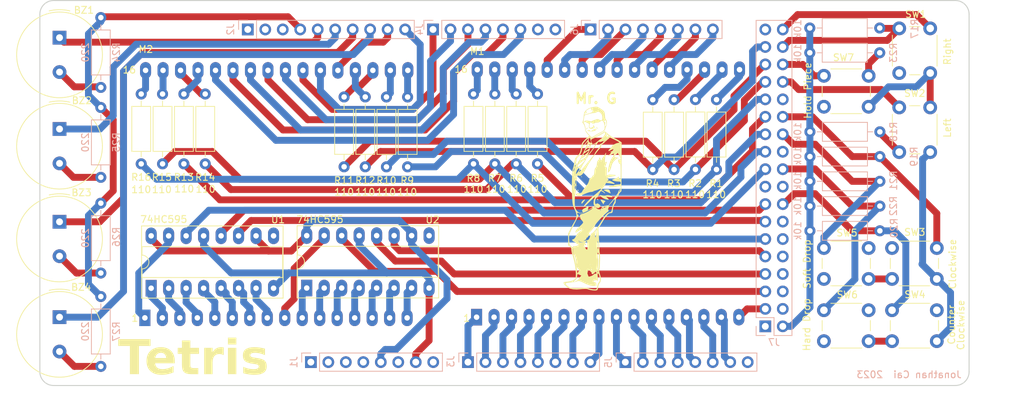
<source format=kicad_pcb>
(kicad_pcb (version 20221018) (generator pcbnew)
  (title_block (date "mar. 31 mars 2015"))
  (layers (0 "F.Cu" signal) (31 "B.Cu" signal) (34 "B.Paste" user) (35 "F.Paste" user) (36 "B.SilkS" user "B.Silkscreen") (37 "F.SilkS" user "F.Silkscreen") (38 "B.Mask" user) (39 "F.Mask" user) (44 "Edge.Cuts" user))
  (net 0 "")
  (net 1 "GND")
  (net 2 "/*52")
  (net 3 "/53")
  (net 4 "/50")
  (net 5 "/51")
  (net 6 "/48")
  (net 7 "/49")
  (net 8 "/*46")
  (net 9 "/47")
  (net 10 "/*44")
  (net 11 "/*45")
  (net 12 "/42")
  (net 13 "/43")
  (net 14 "/40")
  (net 15 "/41")
  (net 16 "/38")
  (net 17 "/39")
  (net 18 "/36")
  (net 19 "/37")
  (net 20 "/34")
  (net 21 "/35")
  (net 22 "/32")
  (net 23 "/33")
  (net 24 "/30")
  (net 25 "/31")
  (net 26 "/28")
  (net 27 "/29")
  (net 28 "/26")
  (net 29 "/24")
  (net 30 "/25")
  (net 31 "/22")
  (net 32 "/23")
  (net 33 "+5V")
  (net 34 "/A0")
  (net 35 "/A1")
  (net 36 "/A2")
  (net 37 "/A3")
  (net 38 "/A4")
  (net 39 "/A5")
  (net 40 "/A6")
  (net 41 "/A7")
  (net 42 "/A8")
  (net 43 "/A9")
  (net 44 "/A10")
  (net 45 "/A11")
  (net 46 "/A12")
  (net 47 "/A13")
  (net 48 "/A14")
  (net 49 "/A15")
  (net 50 "/AREF")
  (net 51 "/*13")
  (net 52 "/*12")
  (net 53 "/*11")
  (net 54 "/*10")
  (net 55 "/*9")
  (net 56 "/*8")
  (net 57 "/*7")
  (net 58 "/*6")
  (net 59 "/*5")
  (net 60 "/*4")
  (net 61 "/*3")
  (net 62 "/*2")
  (net 63 "/TX0{slash}1")
  (net 64 "/RX0{slash}0")
  (net 65 "/TX3{slash}14")
  (net 66 "/RX3{slash}15")
  (net 67 "/TX2{slash}16")
  (net 68 "/RX2{slash}17")
  (net 69 "/TX1{slash}18")
  (net 70 "/RX1{slash}19")
  (net 71 "/SDA{slash}20")
  (net 72 "/SCL{slash}21")
  (net 73 "Net-(M1-P_1)")
  (net 74 "Net-(M1-P_2)")
  (net 75 "Net-(M1-P_3)")
  (net 76 "Net-(M1-P_4)")
  (net 77 "Net-(M1-P_5)")
  (net 78 "Net-(M1-P_6)")
  (net 79 "Net-(M1-P_7)")
  (net 80 "Net-(M1-P_8)")
  (net 81 "Net-(M2-P_1)")
  (net 82 "Net-(M2-P_2)")
  (net 83 "Net-(M2-P_3)")
  (net 84 "Net-(M2-P_4)")
  (net 85 "Net-(M2-P_5)")
  (net 86 "Net-(M2-P_6)")
  (net 87 "Net-(M2-P_7)")
  (net 88 "Net-(M2-P_8)")
  (net 89 "Net-(BZ1-+)")
  (net 90 "Net-(BZ2-+)")
  (net 91 "Net-(BZ3-+)")
  (net 92 "Net-(BZ4-+)")
  (net 93 "/27")
  (net 95 "VCC")
  (net 96 "/~{RESET}")
  (net 97 "/IOREF")
  (net 98 "+3V3")
  (net 99 "/S1")
  (net 100 "/S2")
  (net 101 "/S3")
  (net 102 "/S4")
  (net 103 "/S5")
  (net 104 "/S6")
  (net 105 "/S7")
  (net 106 "/S8")
  (net 107 "/S9")
  (net 108 "/S10")
  (net 109 "/S11")
  (net 110 "/S12")
  (net 111 "/S13")
  (net 112 "/S14")
  (net 113 "/S15")
  (net 114 "/S16")
  (footprint "Resistor_THT:R_Axial_DIN0207_L6.3mm_D2.5mm_P10.16mm_Horizontal" (layer "F.Cu") (at 103.925 91.6 -90)
    (fp_text reference "R13")
    (fp_text value "110")
  )
  (footprint "Resistor_THT:R_Axial_DIN0207_L6.3mm_D2.5mm_P10.16mm_Horizontal" (layer "F.Cu") (at 107.025 91.6 -90)
    (fp_text reference "R14")
    (fp_text value "110")
  )
  (footprint "Button_Switch_THT:SW_PUSH_6mm_H4.3mm" (layer "F.Cu") (at 206.807 114)
    (fp_text reference "SW3")
    (fp_text value "SW_Push")
  )
  (footprint "Button_Switch_THT:SW_PUSH_6mm_H4.3mm" (layer "F.Cu") (at 196.907 123.05)
    (fp_text reference "SW6")
    (fp_text value "SW_Push")
  )
  (footprint "Resistor_THT:R_Axial_DIN0207_L6.3mm_D2.5mm_P10.16mm_Horizontal" (layer "F.Cu") (at 178.243 102.57 90)
    (fp_text reference "R2")
    (fp_text value "110")
  )
  (footprint "Resistor_THT:R_Axial_DIN0207_L6.3mm_D2.5mm_P10.16mm_Horizontal" (layer "F.Cu") (at 175.143 102.59 90)
    (fp_text reference "R3")
    (fp_text value "110")
  )
  (footprint "Resistor_THT:R_Axial_DIN0207_L6.3mm_D2.5mm_P10.16mm_Horizontal" (layer "F.Cu") (at 100.825 91.6 -90)
    (fp_text reference "R15")
    (fp_text value "110")
  )
  (footprint "Button_Switch_THT:SW_PUSH_6mm_H4.3mm" (layer "F.Cu") (at 196.907 114)
    (fp_text reference "SW5")
    (fp_text value "SW_Push")
  )
  (footprint "RGBMatrix:RGBMatrix" (layer "F.Cu") (at 165.547 106.06)
    (fp_text reference "M1")
    (fp_text value "RGBMatrix")
  )
  (footprint "LOGO" (layer "F.Cu") (at 163.29382 106.919302)
    (fp_text reference "Mr. G")
    (fp_text value "LOGO" hide)
  )
  (footprint "Button_Switch_THT:SW_PUSH_6mm_H4.3mm" (layer "F.Cu") (at 206.807 123.05)
    (fp_text reference "SW4")
    (fp_text value "SW_Push")
  )
  (footprint "Resistor_THT:R_Axial_DIN0207_L6.3mm_D2.5mm_P10.16mm_Horizontal" (layer "F.Cu") (at 155.3 91.6 -90)
    (fp_text reference "R5")
    (fp_text value "110")
  )
  (footprint "Buzzer_Beeper:Buzzer_TDK_PS1240P02BT_D12.2mm_H6.5mm" (layer "F.Cu") (at 85.857 124.06 -90)
    (fp_text reference "BZ4")
    (fp_text value "Passive Buzzer")
  )
  (footprint "Button_Switch_THT:SW_PUSH_6mm_H4.3mm" (layer "F.Cu") (at 196.907 88.95)
    (fp_text reference "SW7")
    (fp_text value "SW_Push")
  )
  (footprint "RGBMatrix:RGBMatrix" (layer "F.Cu") (at 117.357 106.16)
    (fp_text reference "M2")
    (fp_text value "RGBMatrix")
  )
  (footprint "Buzzer_Beeper:Buzzer_TDK_PS1240P02BT_D12.2mm_H6.5mm" (layer "F.Cu") (at 85.857 110.189216 -90)
    (fp_text reference "BZ3")
    (fp_text value "Passive Buzzer")
  )
  (footprint "LOGO" (layer "F.Cu") (at 163.701406 95.823315)
    (fp_text reference "G1")
    (fp_text value "LOGO" hide)
  )
  (footprint "Buzzer_Beeper:Buzzer_TDK_PS1240P02BT_D12.2mm_H6.5mm" (layer "F.Cu") (at 85.857 83.40843 -90)
    (fp_text reference "BZ1")
    (fp_text value "Passive Buzzer")
  )
  (footprint "Resistor_THT:R_Axial_DIN0207_L6.3mm_D2.5mm_P10.16mm_Horizontal" (layer "F.Cu") (at 127.2 102.185 90)
    (fp_text reference "R11")
    (fp_text value "110")
  )
  (footprint "Resistor_THT:R_Axial_DIN0207_L6.3mm_D2.5mm_P10.16mm_Horizontal" (layer "F.Cu") (at 130.275 102.185 90)
    (fp_text reference "R12")
    (fp_text value "110")
  )
  (footprint "Package_DIP:DIP-16_W7.62mm_Socket_LongPads" (layer "F.Cu") (at 99.17 119.85 90)
    (fp_text reference "U1")
    (fp_text value "74HC595")
  )
  (footprint "Resistor_THT:R_Axial_DIN0207_L6.3mm_D2.5mm_P10.16mm_Horizontal" (layer "F.Cu") (at 181.3 102.58 90)
    (fp_text reference "R1")
    (fp_text value "110")
  )
  (footprint "Resistor_THT:R_Axial_DIN0207_L6.3mm_D2.5mm_P10.16mm_Horizontal" (layer "F.Cu") (at 97.725 91.6 -90)
    (fp_text reference "R16")
    (fp_text value "110")
  )
  (footprint "Resistor_THT:R_Axial_DIN0207_L6.3mm_D2.5mm_P10.16mm_Horizontal" (layer "F.Cu") (at 136.425 102.195 90)
    (fp_text reference "R9")
    (fp_text value "110")
  )
  (footprint "Resistor_THT:R_Axial_DIN0207_L6.3mm_D2.5mm_P10.16mm_Horizontal" (layer "F.Cu") (at 133.35 102.195 90)
    (fp_text reference "R10")
    (fp_text value "110")
  )
  (footprint "Resistor_THT:R_Axial_DIN0207_L6.3mm_D2.5mm_P10.16mm_Horizontal" (layer "F.Cu") (at 149.1 91.6 -90)
    (fp_text reference "R7")
    (fp_text value "110")
  )
  (footprint "Resistor_THT:R_Axial_DIN0207_L6.3mm_D2.5mm_P10.16mm_Horizontal" (layer "F.Cu") (at 152.2 91.6 -90)
    (fp_text reference "R6")
    (fp_text value "110")
  )
  (footprint "Button_Switch_THT:SW_PUSH_6mm_H4.3mm" (layer "F.Cu") (at 207.85 100.05 90)
    (fp_text reference "SW2")
    (fp_text value "SW_Push")
  )
  (footprint "Buzzer_Beeper:Buzzer_TDK_PS1240P02BT_D12.2mm_H6.5mm" (layer "F.Cu") (at 85.857 96.689216 -90)
    (fp_text reference "BZ2")
    (fp_text value "Passive Buzzer")
  )
  (footprint "Package_DIP:DIP-16_W7.62mm_Socket_LongPads" (layer "F.Cu") (at 121.77 119.82 90)
    (fp_text reference "U2")
    (fp_text value "74HC595")
  )
  (footprint "Button_Switch_THT:SW_PUSH_6mm_H4.3mm" (layer "F.Cu") (at 207.85 88.55 90)
    (fp_text reference "SW1")
    (fp_text value "SW_Push")
  )
  (footprint "Resistor_THT:R_Axial_DIN0207_L6.3mm_D2.5mm_P10.16mm_Horizontal" (layer "F.Cu") (at 172.043 102.59 90)
    (fp_text reference "R4")
    (fp_text value "110")
  )
  (footprint "Resistor_THT:R_Axial_DIN0207_L6.3mm_D2.5mm_P10.16mm_Horizontal" (layer "F.Cu") (at 146 91.6 -90)
    (fp_text reference "R8")
    (fp_text value "110")
  )
  (footprint "Connector_PinHeader_2.54mm:PinHeader_2x18_P2.54mm_Vertical" (layer "B.Cu") (at 188.392 125.395)
    (fp_text reference "J7")
    (fp_text value "Digital")
  )
  (footprint "Resistor_THT:R_Axial_DIN0207_L6.3mm_D2.5mm_P10.16mm_Horizontal" (layer "B.Cu") (at 91.857 121.06 -90)
    (fp_text reference "R27")
    (fp_text value "220")
  )
  (footprint "Connector_PinHeader_2.54mm:PinHeader_1x10_P2.54mm_Vertical" (layer "B.Cu") (at 113.207 82.21 -90)
    (fp_text reference "J2")
    (fp_text value "PWM")
  )
  (footprint "Resistor_THT:R_Axial_DIN0207_L6.3mm_D2.5mm_P10.16mm_Horizontal" (layer "B.Cu") (at 194.877 100.7)
    (fp_text reference "R19")
    (fp_text value "10k")
  )
  (footprint "Connector_PinHeader_2.54mm:PinHeader_1x08_P2.54mm_Vertical" (layer "B.Cu") (at 122.37 130.6 -90)
    (fp_text reference "J1")
    (fp_text value "Power")
  )
  (footprint "Resistor_THT:R_Axial_DIN0207_L6.3mm_D2.5mm_P10.16mm_Horizontal" (layer "B.Cu") (at 91.857 93.56 -90)
    (fp_text reference "R25")
    (fp_text value "220")
  )
  (footprint "Resistor_THT:R_Axial_DIN0207_L6.3mm_D2.5mm_P10.16mm_Horizontal" (layer "B.Cu") (at 194.877 97.1)
    (fp_text reference "R18")
    (fp_text value "10k")
  )
  (footprint "Resistor_THT:R_Axial_DIN0207_L6.3mm_D2.5mm_P10.16mm_Horizontal" (layer "B.Cu") (at 194.857 82)
    (fp_text reference "R17")
    (fp_text value "10k")
  )
  (footprint "Resistor_THT:R_Axial_DIN0207_L6.3mm_D2.5mm_P10.16mm_Horizontal" (layer "B.Cu") (at 91.857 107.48 -90)
    (fp_text reference "R26")
    (fp_text value "220")
  )
  (footprint "Connector_PinHeader_2.54mm:PinHeader_1x08_P2.54mm_Vertical" (layer "B.Cu") (at 168.057 130.6 -90)
    (fp_text reference "J5")
    (fp_text value "Analog")
  )
  (footprint "Resistor_THT:R_Axial_DIN0207_L6.3mm_D2.5mm_P10.16mm_Horizontal" (layer "B.Cu") (at 205.037 107.9 180)
    (fp_text reference "R22")
    (fp_text value "10k")
  )
  (footprint "Resistor_THT:R_Axial_DIN0207_L6.3mm_D2.5mm_P10.16mm_Horizontal" (layer "B.Cu") (at 205.017 85.6 180)
    (fp_text reference "R23")
    (fp_text value "10k")
  )
  (footprint "Resistor_THT:R_Axial_DIN0207_L6.3mm_D2.5mm_P10.16mm_Horizontal" (layer "B.Cu") (at 91.857 80.48 -90)
    (fp_text reference "R24")
    (fp_text value "220")
  )
  (footprint "Connector_PinHeader_2.54mm:PinHeader_1x08_P2.54mm_Vertical" (layer "B.Cu") (at 140.117 82.21 -90)
    (fp_text reference "J4")
    (fp_text value "PWM")
  )
  (footprint "Resistor_THT:R_Axial_DIN0207_L6.3mm_D2.5mm_P10.16mm_Horizontal" (layer "B.Cu") (at 194.877 104.3)
    (fp_text reference "R21")
    (fp_text value "10k")
  )
  (footprint "Resistor_THT:R_Axial_DIN0207_L6.3mm_D2.5mm_P10.16mm_Horizontal" (layer "B.Cu") (at 194.877 111.5)
    (fp_text reference "R20")
    (fp_text value "10k")
  )
  (footprint "Connector_PinHeader_2.54mm:PinHeader_1x08_P2.54mm_Vertical" (layer "B.Cu") (at 162.997 82.21 -90)
    (fp_text reference "J6")
    (fp_text value "Communication")
  )
  (footprint "Connector_PinHeader_2.54mm:PinHeader_1x08_P2.54mm_Vertical" (layer "B.Cu") (at 145.197 130.6 -90)
    (fp_text reference "J3")
    (fp_text value "Analog")
  )
  (gr_line (start 83 132) (end 83 80) (stroke (width 0.15)) (layer "Edge.Cuts"))
  (gr_arc (start 85 134) (mid 83.585786 133.414214) (end 83 132) (stroke (width 0.15)) (layer "Edge.Cuts"))
  (gr_arc (start 216 78) (mid 217.414214 78.585786) (end 218 80) (stroke (width 0.15)) (layer "Edge.Cuts"))
  (gr_arc (start 218 132) (mid 217.414214 133.414214) (end 216 134) (stroke (width 0.15)) (layer "Edge.Cuts"))
  (gr_line (start 216 134) (end 85 134) (stroke (width 0.15)) (layer "Edge.Cuts"))
  (gr_line (start 85 78) (end 216 78) (stroke (width 0.15)) (layer "Edge.Cuts"))
  (gr_arc (start 83 80) (mid 83.585786 78.585786) (end 85 78) (stroke (width 0.15)) (layer "Edge.Cuts"))
  (gr_line (start 218 80) (end 218 132) (stroke (width 0.15)) (layer "Edge.Cuts"))
  (gr_text "Jonathan Cai  2023" (at 217 133) (layer "B.SilkS") (effects (font (size 1 1)) (justify left bottom mirror)))
  (gr_text "Tetris\n" (at 94.35 133.2) (layer "F.SilkS") (effects (font (size 5 5) (thickness 1) bold) (justify left bottom)))
  (segment (start 137.61 130.6) (end 137.61 129.397919) (width 1) (layer "F.Cu") (net 1))
  (segment (start 119.053296 80.36) (end 91.977 80.36) (width 1) (layer "F.Cu") (net 1))
  (segment (start 139.55 127.457919) (end 139.55 119.82) (width 1) (layer "F.Cu") (net 1))
  (segment (start 137.61 129.397919) (end 139.55 127.457919) (width 1) (layer "F.Cu") (net 1))
  (segment (start 93.657 95.36) (end 93.657 105.68) (width 1) (layer "F.Cu") (net 1))
  (segment (start 91.857 93.56) (end 93.657 95.36) (width 1) (layer "F.Cu") (net 1))
  (segment (start 120.827 82.133704) (end 119.053296 80.36) (width 1) (layer "F.Cu") (net 1))
  (segment (start 120.827 82.21) (end 120.827 82.133704) (width 1) (layer "F.Cu") (net 1))
  (segment (start 93.657 105.68) (end 91.857 107.48) (width 1) (layer "F.Cu") (net 1))
  (segment (start 91.977 80.36) (end 91.857 80.48) (width 1) (layer "F.Cu") (net 1))
  (segment (start 129.39 113.61) (end 133.4 117.62) (width 1) (layer "B.Cu") (net 1))
  (segment (start 194.877 122.652081) (end 194.877 111.5) (width 1) (layer "B.Cu") (net 1))
  (segment (start 139.55 119.82) (end 139.55 118.42) (width 1) (layer "B.Cu") (net 1))
  (segment (start 90.057 119.26) (end 91.857 121.06) (width 1) (layer "B.Cu") (net 1))
  (segment (start 194.857 85.6) (end 194.857 97.08) (width 1) (layer "B.Cu") (net 1))
  (segment (start 133.4 117.62) (end 119.18 117.62) (width 1) (layer "B.Cu") (net 1))
  (segment (start 129.39 112.2) (end 129.39 113.61) (width 1) (layer "B.Cu") (net 1))
  (segment (start 139.55 118.42) (end 138.75 117.62) (width 1) (layer "B.Cu") (net 1))
  (segment (start 194.857 97.08) (end 194.877 97.1) (width 1) (layer "B.Cu") (net 1))
  (segment (start 91.857 107.48) (end 90.057 109.28) (width 1) (layer "B.Cu") (net 1))
  (segment (start 192.134081 125.395) (end 194.877 122.652081) (width 1) (layer "B.Cu") (net 1))
  (segment (start 110.78 117.62) (end 106.79 113.63) (width 1) (layer "B.Cu") (net 1))
  (segment (start 119.18 117.62) (end 110.78 117.62) (width 1) (layer "B.Cu") (net 1))
  (segment (start 90.057 109.28) (end 90.057 119.26) (width 1) (layer "B.Cu") (net 1))
  (segment (start 133.4 117.62) (end 138.75 117.62) (width 1) (layer "B.Cu") (net 1))
  (segment (start 91.857 81.06) (end 90.057 82.86) (width 1) (layer "B.Cu") (net 1))
  (segment (start 194.857 82) (end 194.857 85.6) (width 1) (layer "B.Cu") (net 1))
  (segment (start 194.877 100.7) (end 194.877 104.3) (width 1) (layer "B.Cu") (net 1))
  (segment (start 194.877 97.1) (end 194.877 100.7) (width 1) (layer "B.Cu") (net 1))
  (segment (start 90.057 82.86) (end 90.057 91.76) (width 1) (layer "B.Cu") (net 1))
  (segment (start 190.932 125.395) (end 192.134081 125.395) (width 1) (layer "B.Cu") (net 1))
  (segment (start 119.18 117.62) (end 116.95 119.85) (width 1) (layer "B.Cu") (net 1))
  (segment (start 194.877 104.3) (end 194.877 107.9) (width 1) (layer "B.Cu") (net 1))
  (segment (start 106.79 113.63) (end 106.79 112.23) (width 1) (layer "B.Cu") (net 1))
  (segment (start 91.857 80.48) (end 91.857 81.06) (width 1) (layer "B.Cu") (net 1))
  (segment (start 90.057 91.76) (end 91.857 93.56) (width 1) (layer "B.Cu") (net 1))
  (segment (start 194.877 107.9) (end 194.877 111.5) (width 1) (layer "B.Cu") (net 1))
  (segment (start 188.392 122.855) (end 185.752 122.855) (width 1) (layer "F.Cu") (net 2))
  (segment (start 185.752 122.855) (end 184.547 124.06) (width 1) (layer "F.Cu") (net 2))
  (segment (start 131.644416 117.4) (end 126.85 112.605584) (width 1) (layer "F.Cu") (net 4))
  (segment (start 140.7 117.4) (end 131.644416 117.4) (width 1) (layer "F.Cu") (net 4))
  (segment (start 143.615 120.315) (end 140.7 117.4) (width 1) (layer "F.Cu") (net 4))
  (segment (start 188.392 120.315) (end 143.615 120.315) (width 1) (layer "F.Cu") (net 4))
  (segment (start 126.85 112.605584) (end 126.85 112.2) (width 1) (layer "F.Cu") (net 4))
  (segment (start 188.392 117.775) (end 143.19632 117.775) (width 1) (layer "F.Cu") (net 6))
  (segment (start 134.64868 115.9) (end 131.93 113.18132) (width 1) (layer "F.Cu") (net 6))
  (segment (start 131.93 113.18132) (end 131.93 112.2) (width 1) (layer "F.Cu") (net 6))
  (segment (start 143.19632 117.775) (end 141.32132 115.9) (width 1) (layer "F.Cu") (net 6))
  (segment (start 141.32132 115.9) (end 134.64868 115.9) (width 1) (layer "F.Cu") (net 6))
  (segment (start 134.47 113.6) (end 134.47 112.2) (width 1) (layer "F.Cu") (net 8))
  (segment (start 187.557 114.4) (end 135.27 114.4) (width 1) (layer "F.Cu") (net 8))
  (segment (start 188.392 115.235) (end 187.557 114.4) (width 1) (layer "F.Cu") (net 8))
  (segment (start 135.27 114.4) (end 134.47 113.6) (width 1) (layer "F.Cu") (net 8))
  (segment (start 150.61868 108.5) (end 154.81368 112.695) (width 1) (layer "B.Cu") (net 10))
  (segment (start 154.81368 112.695) (end 188.392 112.695) (width 1) (layer "B.Cu") (net 10))
  (segment (start 104.25 111.824416) (end 107.574416 108.5) (width 1) (layer "B.Cu") (net 10))
  (segment (start 104.25 112.23) (end 104.25 111.824416) (width 1) (layer "B.Cu") (net 10))
  (segment (start 107.574416 108.5) (end 150.61868 108.5) (width 1) (layer "B.Cu") (net 10))
  (segment (start 113.694416 110) (end 111.87 111.824416) (width 1) (layer "F.Cu") (net 12))
  (segment (start 188.237 110) (end 113.694416 110) (width 1) (layer "F.Cu") (net 12))
  (segment (start 111.87 111.824416) (end 111.87 112.23) (width 1) (layer "F.Cu") (net 12))
  (segment (start 188.392 110.155) (end 188.237 110) (width 1) (layer "F.Cu") (net 12))
  (segment (start 187.512 108.495) (end 112.659416 108.495) (width 1) (layer "F.Cu") (net 14))
  (segment (start 112.659416 108.495) (end 109.33 111.824416) (width 1) (layer "F.Cu") (net 14))
  (segment (start 188.392 107.615) (end 187.512 108.495) (width 1) (layer "F.Cu") (net 14))
  (segment (start 109.33 111.824416) (end 109.33 112.23) (width 1) (layer "F.Cu") (net 14))
  (segment (start 192.6 106.1) (end 191.085 107.615) (width 1) (layer "F.Cu") (net 15))
  (segment (start 201.022585 111.5) (end 195.622585 106.1) (width 1) (layer "F.Cu") (net 15))
  (segment (start 191.085 107.615) (end 190.932 107.615) (width 1) (layer "F.Cu") (net 15))
  (segment (start 195.622585 106.1) (end 192.6 106.1) (width 1) (layer "F.Cu") (net 15))
  (segment (start 205.037 111.5) (end 201.022585 111.5) (width 1) (layer "F.Cu") (net 15))
  (segment (start 207.135428 111.5) (end 208.807 113.171572) (width 1) (layer "B.Cu") (net 15))
  (segment (start 208.807 113.171572) (end 208.807 121.05) (width 1) (layer "B.Cu") (net 15))
  (segment (start 208.807 121.05) (end 206.807 123.05) (width 1) (layer "B.Cu") (net 15))
  (segment (start 205.037 111.5) (end 207.135428 111.5) (width 1) (layer "B.Cu") (net 15))
  (segment (start 188.315704 102.535) (end 180.445704 110.405) (width 1) (layer "B.Cu") (net 18))
  (segment (start 188.392 102.535) (end 188.315704 102.535) (width 1) (layer "B.Cu") (net 18))
  (segment (start 146 101.76) (end 143.765 103.995) (width 1) (layer "B.Cu") (net 18))
  (segment (start 99.96 103.995) (end 97.725 101.76) (width 1) (layer "B.Cu") (net 18))
  (segment (start 154.645 110.405) (end 146 101.76) (width 1) (layer "B.Cu") (net 18))
  (segment (start 143.765 103.995) (end 99.96 103.995) (width 1) (layer "B.Cu") (net 18))
  (segment (start 180.445704 110.405) (end 154.645 110.405) (width 1) (layer "B.Cu") (net 18))
  (segment (start 190.967 102.5) (end 190.932 102.535) (width 1) (layer "F.Cu") (net 19))
  (segment (start 195.622585 102.5) (end 190.967 102.5) (width 1) (layer "F.Cu") (net 19))
  (segment (start 205.037 107.9) (end 201.022585 107.9) (width 1) (layer "F.Cu") (net 19))
  (segment (start 201.022585 107.9) (end 195.622585 102.5) (width 1) (layer "F.Cu") (net 19))
  (segment (start 201.407 111.53) (end 201.407 118.55) (width 1) (layer "B.Cu") (net 19))
  (segment (start 205.037 107.9) (end 201.407 111.53) (width 1) (layer "B.Cu") (net 19))
  (segment (start 201.407 118.55) (end 196.907 123.05) (width 1) (layer "B.Cu") (net 19))
  (segment (start 102.625 99.96) (end 100.825 101.76) (width 1) (layer "F.Cu") (net 20))
  (segment (start 108.045585 99.96) (end 102.625 99.96) (width 1) (layer "F.Cu") (net 20))
  (segment (start 149.1 101.76) (end 146.865 103.995) (width 1) (layer "F.Cu") (net 20))
  (segment (start 112.080585 103.995) (end 108.045585 99.96) (width 1) (layer "F.Cu") (net 20))
  (segment (start 146.865 103.995) (end 112.080585 103.995) (width 1) (layer "F.Cu") (net 20))
  (segment (start 188.392 99.995) (end 187.189919 99.995) (width 1) (layer "B.Cu") (net 20))
  (segment (start 156.245 108.905) (end 149.1 101.76) (width 1) (layer "B.Cu") (net 20))
  (segment (start 184.85 102.334919) (end 184.85 103.696905) (width 1) (layer "B.Cu") (net 20))
  (segment (start 179.641905 108.905) (end 156.245 108.905) (width 1) (layer "B.Cu") (net 20))
  (segment (start 184.85 103.696905) (end 179.641905 108.905) (width 1) (layer "B.Cu") (net 20))
  (segment (start 187.189919 99.995) (end 184.85 102.334919) (width 1) (layer "B.Cu") (net 20))
  (segment (start 147.910585 105.495) (end 110.76 105.495) (width 1) (layer "F.Cu") (net 22))
  (segment (start 110.76 105.495) (end 107.025 101.76) (width 1) (layer "F.Cu") (net 22))
  (segment (start 152.2 101.76) (end 151.645585 101.76) (width 1) (layer "F.Cu") (net 22))
  (segment (start 151.645585 101.76) (end 147.910585 105.495) (width 1) (layer "F.Cu") (net 22))
  (segment (start 157.845 107.405) (end 152.2 101.76) (width 1) (layer "B.Cu") (net 22))
  (segment (start 187.189919 97.455) (end 183.1 101.544919) (width 1) (layer "B.Cu") (net 22))
  (segment (start 188.392 97.455) (end 187.189919 97.455) (width 1) (layer "B.Cu") (net 22))
  (segment (start 183.1 101.544919) (end 183.1 103.325585) (width 1) (layer "B.Cu") (net 22))
  (segment (start 183.1 103.325585) (end 179.020585 107.405) (width 1) (layer "B.Cu") (net 22))
  (segment (start 179.020585 107.405) (end 157.845 107.405) (width 1) (layer "B.Cu") (net 22))
  (segment (start 191.008296 97.455) (end 190.932 97.455) (width 1) (layer "F.Cu") (net 23))
  (segment (start 192.453296 98.9) (end 191.008296 97.455) (width 1) (layer "F.Cu") (net 23))
  (segment (start 201.022585 104.3) (end 195.622585 98.9) (width 1) (layer "F.Cu") (net 23))
  (segment (start 195.622585 98.9) (end 192.453296 98.9) (width 1) (layer "F.Cu") (net 23))
  (segment (start 205.037 104.3) (end 201.022585 104.3) (width 1) (layer "F.Cu") (net 23))
  (segment (start 205.037 104.3) (end 196.907 112.43) (width 1) (layer "B.Cu") (net 23))
  (segment (start 196.907 112.43) (end 196.907 114) (width 1) (layer "B.Cu") (net 23))
  (segment (start 109.16 106.995) (end 103.925 101.76) (width 1) (layer "F.Cu") (net 24))
  (segment (start 186.54216 99.883425) (end 186.54216 96.688544) (width 1) (layer "F.Cu") (net 24))
  (segment (start 160.55 106.995) (end 160.535 106.995) (width 1) (layer "F.Cu") (net 24))
  (segment (start 188.392 94.915) (end 188.315704 94.915) (width 1) (layer "F.Cu") (net 24))
  (segment (start 186.542 96.688704) (end 186.542 99.883585) (width 1) (layer "F.Cu") (net 24))
  (segment (start 179.430585 106.995) (end 160.55 106.995) (width 1) (layer "F.Cu") (net 24))
  (segment (start 186.54216 96.688544) (end 188.315704 94.915) (width 1) (layer "F.Cu") (net 24))
  (segment (start 182.035585 104.39) (end 186.54216 99.883425) (width 1) (layer "F.Cu") (net 24))
  (segment (start 160.55 106.995) (end 109.16 106.995) (width 1) (layer "F.Cu") (net 24))
  (segment (start 186.542 99.883585) (end 179.430585 106.995) (width 1) (layer "F.Cu") (net 24))
  (segment (start 160.535 106.995) (end 155.3 101.76) (width 1) (layer "F.Cu") (net 24))
  (segment (start 188.315704 94.915) (end 186.542 96.688704) (width 1) (layer "F.Cu") (net 24))
  (segment (start 201.022585 100.7) (end 195.237585 94.915) (width 1) (layer "F.Cu") (net 25))
  (segment (start 205.037 100.7) (end 201.022585 100.7) (width 1) (layer "F.Cu") (net 25))
  (segment (start 213.307 114) (end 213.307 108.97) (width 1) (layer "F.Cu") (net 25))
  (segment (start 213.307 108.97) (end 205.037 100.7) (width 1) (layer "F.Cu") (net 25))
  (segment (start 195.237585 94.915) (end 190.932 94.915) (width 1) (layer "F.Cu") (net 25))
  (segment (start 161.975584 105.89) (end 156.045585 99.96) (width 1) (layer "B.Cu") (net 26))
  (segment (start 177.99 105.89) (end 161.975584 105.89) (width 1) (layer "B.Cu") (net 26))
  (segment (start 140.47632 102.195) (end 136.425 102.195) (width 1) (layer "B.Cu") (net 26))
  (segment (start 188.392 92.375) (end 187.189919 92.375) (width 1) (layer "B.Cu") (net 26))
  (segment (start 142.71132 99.96) (end 140.47632 102.195) (width 1) (layer "B.Cu") (net 26))
  (segment (start 181.3 102.58) (end 177.99 105.89) (width 1) (layer "B.Cu") (net 26))
  (segment (start 156.045585 99.96) (end 142.71132 99.96) (width 1) (layer "B.Cu") (net 26))
  (segment (start 181.3 98.264919) (end 181.3 102.58) (width 1) (layer "B.Cu") (net 26))
  (segment (start 187.189919 92.375) (end 181.3 98.264919) (width 1) (layer "B.Cu") (net 26))
  (segment (start 188.392 89.835) (end 188.015 89.835) (width 1) (layer "F.Cu") (net 28))
  (segment (start 185.35 95.463) (end 178.243 102.57) (width 1) (layer "F.Cu") (net 28))
  (segment (start 185.35 92.5) (end 185.35 95.463) (width 1) (layer "F.Cu") (net 28))
  (segment (start 188.015 89.835) (end 185.35 92.5) (width 1) (layer "F.Cu") (net 28))
  (segment (start 156.666905 98.46) (end 142.09 98.46) (width 1) (layer "B.Cu") (net 28))
  (segment (start 162.596904 104.39) (end 156.666905 98.46) (width 1) (layer "B.Cu") (net 28))
  (segment (start 176.423 104.39) (end 162.596904 104.39) (width 1) (layer "B.Cu") (net 28))
  (segment (start 140.155 100.395) (end 135.15 100.395) (width 1) (layer "B.Cu") (net 28))
  (segment (start 135.15 100.395) (end 133.35 102.195) (width 1) (layer "B.Cu") (net 28))
  (segment (start 142.09 98.46) (end 140.155 100.395) (width 1) (layer "B.Cu") (net 28))
  (segment (start 178.243 102.57) (end 176.423 104.39) (width 1) (layer "B.Cu") (net 28))
  (segment (start 171.013 98.46) (end 130.925 98.46) (width 1) (layer "F.Cu") (net 29))
  (segment (start 183.85 93.883) (end 175.143 102.59) (width 1) (layer "F.Cu") (net 29))
  (segment (start 183.85 91.87868) (end 183.85 93.883) (width 1) (layer "F.Cu") (net 29))
  (segment (start 188.315704 87.295) (end 186.542 89.068704) (width 1) (layer "F.Cu") (net 29))
  (segment (start 130.925 98.46) (end 127.2 102.185) (width 1) (layer "F.Cu") (net 29))
  (segment (start 188.392 87.295) (end 188.315704 87.295) (width 1) (layer "F.Cu") (net 29))
  (segment (start 186.542 89.18668) (end 183.85 91.87868) (width 1) (layer "F.Cu") (net 29))
  (segment (start 175.143 102.59) (end 171.013 98.46) (width 1) (layer "F.Cu") (net 29))
  (segment (start 186.542 89.068704) (end 186.542 89.18668) (width 1) (layer "F.Cu") (net 29))
  (segment (start 196.907 88.95) (end 195.492787 88.95) (width 1) (layer "F.Cu") (net 30))
  (segment (start 193.837787 87.295) (end 190.932 87.295) (width 1) (layer "F.Cu") (net 30))
  (segment (start 195.492787 88.95) (end 193.837787 87.295) (width 1) (layer "F.Cu") (net 30))
  (segment (start 203.407 88.95) (end 203.407 87.21) (width 1) (layer "F.Cu") (net 30))
  (segment (start 203.407 87.21) (end 205.017 85.6) (width 1) (layer "F.Cu") (net 30))
  (segment (start 169.413 99.96) (end 132.5 99.96) (width 1) (layer "F.Cu") (net 31))
  (segment (start 172.043 102.59) (end 169.413 99.96) (width 1) (layer "F.Cu") (net 31))
  (segment (start 132.5 99.96) (end 130.275 102.185) (width 1) (layer "F.Cu") (net 31))
  (segment (start 175.495585 100.77) (end 173.863 100.77) (width 1) (layer "B.Cu") (net 31))
  (segment (start 187.189919 84.755) (end 188.392 84.755) (width 1) (layer "B.Cu") (net 31))
  (segment (start 186.542 89.723585) (end 186.542 85.402919) (width 1) (layer "B.Cu") (net 31))
  (segment (start 186.542 85.402919) (end 187.189919 84.755) (width 1) (layer "B.Cu") (net 31))
  (segment (start 186.542 89.723585) (end 175.495585 100.77) (width 1) (layer "B.Cu") (net 31))
  (segment (start 173.863 100.77) (end 172.043 102.59) (width 1) (layer "B.Cu") (net 31))
  (segment (start 191.887 83.8) (end 190.932 84.755) (width 1) (layer "F.Cu") (net 32))
  (segment (start 205.067 82.05) (end 205.017 82) (width 1) (layer "F.Cu") (net 32))
  (segment (start 206.1 83.8) (end 191.887 83.8) (width 1) (layer "F.Cu") (net 32))
  (segment (start 207.85 82.05) (end 206.1 83.8) (width 1) (layer "F.Cu") (net 32))
  (segment (start 207.85 82.05) (end 205.067 82.05) (width 1) (layer "F.Cu") (net 32))
  (segment (start 206.807 118.5) (end 203.407 118.5) (width 1) (layer "F.Cu") (net 33))
  (segment (start 212.35 82.05) (end 210.35 80.05) (width 1) (layer "F.Cu") (net 33))
  (segment (start 206.807 127.55) (end 203.407 127.55) (width 1) (layer "F.Cu") (net 33))
  (segment (start 212.35 88.55) (end 212.35 93.55) (width 1) (layer "F.Cu") (net 33))
  (segment (start 210.35 80.05) (end 193.097 80.05) (width 1) (layer "F.Cu") (net 33))
  (segment (start 193.097 80.05) (end 190.932 82.215) (width 1) (layer "F.Cu") (net 33))
  (segment (start 119.54 114.43) (end 100.964416 114.43) (width 1) (layer "F.Cu") (net 33))
  (segment (start 114.41 112.635584) (end 116.204416 114.43) (width 1) (layer "F.Cu") (net 33))
  (segment (start 116.204416 114.43) (end 119.54 114.43) (width 1) (layer "F.Cu") (net 33))
  (segment (start 99.17 112.635584) (end 99.17 112.23) (width 1) (layer "F.Cu") (net 33))
  (segment (start 119.54 114.43) (end 121.77 112.2) (width 1) (layer "F.Cu") (net 33))
  (segment (start 114.41 112.23) (end 114.41 112.635584) (width 1) (layer "F.Cu") (net 33))
  (segment (start 100.964416 114.43) (end 99.17 112.635584) (width 1) (layer "F.Cu") (net 33))
  (segment (start 215.307 125.55) (end 213.307 127.55) (width 1) (layer "B.Cu") (net 33))
  (segment (start 135.215584 110) (end 137.01 111.794416) (width 1) (layer "B.Cu") (net 33))
  (segment (start 137.01 111.794416) (end 137.01 112.2) (width 1) (layer "B.Cu") (net 33))
  (segment (start 211.35 101.05) (end 212.35 100.05) (width 1) (layer "B.Cu") (net 33))
  (segment (start 134.75 128.75) (end 133.177919 128.75) (width 1) (layer "B.Cu") (net 33))
  (segment (start 215.307 120.5) (end 215.307 125.55) (width 1) (layer "B.Cu") (net 33))
  (segment (start 133.177919 128.75) (end 132.53 129.397919) (width 1) (layer "B.Cu") (net 33))
  (segment (start 122.57 110) (end 121.77 110.8) (width 1) (layer "B.Cu") (net 33))
  (segment (start 211.25 101.05) (end 211.25 116.443) (width 1) (layer "B.Cu") (net 33))
  (segment (start 211.25 116.443) (end 213.307 118.5) (width 1) (layer "B.Cu") (net 33))
  (segment (start 142.15 121.35) (end 134.75 128.75) (width 1) (layer "B.Cu") (net 33))
  (segment (start 213.307 118.5) (end 215.307 120.5) (width 1) (layer "B.Cu") (net 33))
  (segment (start 211.15 116.343) (end 213.307 118.5) (width 1) (layer "B.Cu") (net 33))
  (segment (start 210.35 90.55) (end 212.35 88.55) (width 1) (layer "B.Cu") (net 33))
  (segment (start 135.215584 110) (end 122.57 110) (width 1) (layer "B.Cu") (net 33))
  (segment (start 137.01 112.2) (end 137.01 113.50868) (width 1) (layer "B.Cu") (net 33))
  (segment (start 121.77 110.8) (end 121.77 112.2) (width 1) (layer "B.Cu") (net 33))
  (segment (start 132.53 129.397919) (end 132.53 130.6) (width 1) (layer "B.Cu") (net 33))
  (segment (start 206.307 90.55) (end 210.35 90.55) (width 1) (layer "B.Cu") (net 33))
  (segment (start 142.15 118.64868) (end 142.15 121.35) (width 1) (layer "B.Cu") (net 33))
  (segment (start 137.01 113.50868) (end 142.15 118.64868) (width 1) (layer "B.Cu") (net 33))
  (segment (start 203.407 93.45) (end 206.307 90.55) (width 1) (layer "B.Cu") (net 33))
  (segment (start 211.25 101.05) (end 211.35 101.05) (width 1) (layer "B.Cu") (net 33))
  (segment (start 145.197 125.31) (end 145.197 130.6) (width 1) (layer "B.Cu") (net 34))
  (segment (start 146.447 124.06) (end 145.197 125.31) (width 1) (layer "B.Cu") (net 34))
  (segment (start 147.737 126.71) (end 147.737 130.6) (width 1) (layer "B.Cu") (net 35))
  (segment (start 148.987 124.06) (end 148.987 125.46) (width 1) (layer "B.Cu") (net 35))
  (segment (start 148.987 125.46) (end 147.737 126.71) (width 1) (layer "B.Cu") (net 35))
  (segment (start 151.527 125.46) (end 150.277 126.71) (width 1) (layer "B.Cu") (net 36))
  (segment (start 150.277 126.71) (end 150.277 130.6) (width 1) (layer "B.Cu") (net 36))
  (segment (start 151.527 124.06) (end 151.527 125.46) (width 1) (layer "B.Cu") (net 36))
  (segment (start 152.817 126.71) (end 152.817 130.6) (width 1) (layer "B.Cu") (net 37))
  (segment (start 154.067 125.46) (end 152.817 126.71) (width 1) (layer "B.Cu") (net 37))
  (segment (start 154.067 124.06) (end 154.067 125.46) (width 1) (layer "B.Cu") (net 37))
  (segment (start 155.357 126.71) (end 155.357 130.6) (width 1) (layer "B.Cu") (net 38))
  (segment (start 156.607 124.06) (end 156.607 125.46) (width 1) (layer "B.Cu") (net 38))
  (segment (start 156.607 125.46) (end 155.357 126.71) (width 1) (layer "B.Cu") (net 38))
  (segment (start 159.147 124.06) (end 159.147 125.46) (width 1) (layer "B.Cu") (net 39))
  (segment (start 157.897 126.71) (end 157.897 130.6) (width 1) (layer "B.Cu") (net 39))
  (segment (start 159.147 125.46) (end 157.897 126.71) (width 1) (layer "B.Cu") (net 39))
  (segment (start 161.687 125.46) (end 160.437 126.71) (width 1) (layer "B.Cu") (net 40))
  (segment (start 161.687 124.06) (end 161.687 125.46) (width 1) (layer "B.Cu") (net 40))
  (segment (start 160.437 126.71) (end 160.437 130.6) (width 1) (layer "B.Cu") (net 40))
  (segment (start 164.227 129.35) (end 162.977 130.6) (width 1) (layer "B.Cu") (net 41))
  (segment (start 164.227 124.06) (end 164.227 129.35) (width 1) (layer "B.Cu") (net 41))
  (segment (start 168.057 130.6) (end 166.767 129.31) (width 1) (layer "B.Cu") (net 42))
  (segment (start 166.767 129.31) (end 166.767 124.06) (width 1) (layer "B.Cu") (net 42))
  (segment (start 169.307 125.46) (end 170.597 126.75) (width 1) (layer "B.Cu") (net 43))
  (segment (start 169.307 124.06) (end 169.307 125.46) (width 1) (layer "B.Cu") (net 43))
  (segment (start 170.597 126.75) (end 170.597 130.6) (width 1) (layer "B.Cu") (net 43))
  (segment (start 171.847 125.46) (end 173.137 126.75) (width 1) (layer "B.Cu") (net 44))
  (segment (start 173.137 126.75) (end 173.137 130.6) (width 1) (layer "B.Cu") (net 44))
  (segment (start 171.847 124.06) (end 171.847 125.46) (width 1) (layer "B.Cu") (net 44))
  (segment (start 174.387 125.46) (end 175.677 126.75) (width 1) (layer "B.Cu") (net 45))
  (segment (start 175.677 126.75) (end 175.677 130.6) (width 1) (layer "B.Cu") (net 45))
  (segment (start 174.387 124.06) (end 174.387 125.46) (width 1) (layer "B.Cu") (net 45))
  (segment (start 177.367 124.5) (end 176.927 124.06) (width 1) (layer "B.Cu") (net 46))
  (segment (start 178.217 130.6) (end 177.367 129.75) (width 1) (layer "B.Cu") (net 46))
  (segment (start 177.367 129.75) (end 177.367 124.5) (width 1) (layer "B.Cu") (net 46))
  (segment (start 180.757 126.75) (end 180.757 130.6) (width 1) (layer "B.Cu") (net 47))
  (segment (start 179.467 125.46) (end 180.757 126.75) (width 1) (layer "B.Cu") (net 47))
  (segment (start 179.467 124.06) (end 179.467 125.46) (width 1) (layer "B.Cu") (net 47))
  (segment (start 182.447 124.5) (end 182.007 124.06) (width 1) (layer "B.Cu") (net 48))
  (segment (start 183.297 130.6) (end 182.447 129.75) (width 1) (layer "B.Cu") (net 48))
  (segment (start 182.447 129.75) (end 182.447 124.5) (width 1) (layer "B.Cu") (net 48))
  (segment (start 86.50857 84.06) (end 85.857 83.40843) (width 1) (layer "F.Cu") (net 51))
  (segment (start 123.367 82.21) (end 123.367 83.412081) (width 1) (layer "F.Cu") (net 51))
  (segment (start 123.367 83.412081) (end 122.719081 84.06) (width 1) (layer "F.Cu") (net 51))
  (segment (start 122.719081 84.06) (end 86.50857 84.06) (width 1) (layer "F.Cu") (net 51))
  (segment (start 91.727784 96.689216) (end 85.857 96.689216) (width 1) (layer "B.Cu") (net 52))
  (segment (start 124.959081 84.36) (end 96.990096 84.36) (width 1) (layer "B.Cu") (net 52))
  (segment (start 125.907 82.21) (end 125.907 83.412081) (width 1) (layer "B.Cu") (net 52))
  (segment (start 125.907 83.412081) (end 124.959081 84.36) (width 1) (layer "B.Cu") (net 52))
  (segment (start 93.657 87.693096) (end 93.657 94.76) (width 1) (layer "B.Cu") (net 52))
  (segment (start 96.990096 84.36) (end 93.657 87.693096) (width 1) (layer "B.Cu") (net 52))
  (segment (start 93.657 94.76) (end 91.727784 96.689216) (width 1) (layer "B.Cu") (net 52))
  (segment (start 128.447 82.21) (end 128.447 83.412081) (width 1) (layer "F.Cu") (net 53))
  (segment (start 95.157 88.314416) (end 95.157 106.725585) (width 1) (layer "F.Cu") (net 53))
  (segment (start 126.299081 85.56) (end 97.911416 85.56) (width 1) (layer "F.Cu") (net 53))
  (segment (start 128.447 83.412081) (end 126.299081 85.56) (width 1) (layer "F.Cu") (net 53))
  (segment (start 95.157 106.725585) (end 91.693369 110.189216) (width 1) (layer "F.Cu") (net 53))
  (segment (start 91.693369 110.189216) (end 85.857 110.189216) (width 1) (layer "F.Cu") (net 53))
  (segment (start 97.911416 85.56) (end 95.157 88.314416) (width 1) (layer "F.Cu") (net 53))
  (segment (start 130.987 83.412081) (end 128.539081 85.86) (width 1) (layer "B.Cu") (net 54))
  (segment (start 95.157 88.314416) (end 95.157 120.305585) (width 1) (layer "B.Cu") (net 54))
  (segment (start 91.402585 124.06) (end 85.857 124.06) (width 1) (layer "B.Cu") (net 54))
  (segment (start 128.539081 85.86) (end 97.611416 85.86) (width 1) (layer "B.Cu") (net 54))
  (segment (start 97.611416 85.86) (end 95.157 88.314416) (width 1) (layer "B.Cu") (net 54))
  (segment (start 95.157 120.305585) (end 91.402585 124.06) (width 1) (layer "B.Cu") (net 54))
  (segment (start 130.987 82.21) (end 130.987 83.412081) (width 1) (layer "B.Cu") (net 54))
  (segment (start 132.879081 84.06) (end 133.527 83.412081) (width 1) (layer "F.Cu") (net 55))
  (segment (start 126.297 88.16) (end 126.297 87.754416) (width 1) (layer "F.Cu") (net 55))
  (segment (start 126.297 87.754416) (end 129.991416 84.06) (width 1) (layer "F.Cu") (net 55))
  (segment (start 133.527 83.412081) (end 133.527 82.21) (width 1) (layer "F.Cu") (net 55))
  (segment (start 129.991416 84.06) (end 132.879081 84.06) (width 1) (layer "F.Cu") (net 55))
  (segment (start 123.757 88.06) (end 123.757 91.127585) (width 1) (layer "B.Cu") (net 56))
  (segment (start 138.257 84.4) (end 136.067 82.21) (width 1) (layer "B.Cu") (net 56))
  (segment (start 137.170585 93.835) (end 138.257 92.748585) (width 1) (layer "B.Cu") (net 56))
  (segment (start 126.464415 93.835) (end 137.170585 93.835) (width 1) (layer "B.Cu") (net 56))
  (segment (start 123.757 91.127585) (end 126.464415 93.835) (width 1) (layer "B.Cu") (net 56))
  (segment (start 138.257 92.748585) (end 138.257 84.4) (width 1) (layer "B.Cu") (net 56))
  (segment (start 125.492 93.835) (end 137.210585 93.835) (width 1) (layer "F.Cu") (net 57))
  (segment (start 121.217 89.56) (end 125.492 93.835) (width 1) (layer "F.Cu") (net 57))
  (segment (start 137.210585 93.835) (end 140.117 90.928585) (width 1) (layer "F.Cu") (net 57))
  (segment (start 121.217 88.16) (end 121.217 89.56) (width 1) (layer "F.Cu") (net 57))
  (segment (start 140.117 90.928585) (end 140.117 82.21) (width 1) (layer "F.Cu") (net 57))
  (segment (start 118.677 89.46) (end 118.677 88.06) (width 1) (layer "B.Cu") (net 58))
  (segment (start 142.657 82.21) (end 142.657 83.91) (width 1) (layer "B.Cu") (net 58))
  (segment (start 124.552 95.335) (end 118.677 89.46) (width 1) (layer "B.Cu") (net 58))
  (segment (start 137.831905 95.335) (end 124.552 95.335) (width 1) (layer "B.Cu") (net 58))
  (segment (start 139.757 86.81) (end 139.757 93.409905) (width 1) (layer "B.Cu") (net 58))
  (segment (start 142.657 83.91) (end 139.757 86.81) (width 1) (layer "B.Cu") (net 58))
  (segment (start 139.757 93.409905) (end 137.831905 95.335) (width 1) (layer "B.Cu") (net 58))
  (segment (start 121.912 95.335) (end 137.831905 95.335) (width 1) (layer "F.Cu") (net 59))
  (segment (start 141.617 91.549905) (end 141.617 87.923096) (width 1) (layer "F.Cu") (net 59))
  (segment (start 116.137 88.16) (end 116.137 89.56) (width 1) (layer "F.Cu") (net 59))
  (segment (start 145.197 84.343096) (end 145.197 82.21) (width 1) (layer "F.Cu") (net 59))
  (segment (start 116.137 89.56) (end 121.912 95.335) (width 1) (layer "F.Cu") (net 59))
  (segment (start 141.617 87.923096) (end 145.197 84.343096) (width 1) (layer "F.Cu") (net 59))
  (segment (start 137.831905 95.335) (end 141.617 91.549905) (width 1) (layer "F.Cu") (net 59))
  (segment (start 138.453225 96.835) (end 120.872 96.835) (width 1) (layer "B.Cu") (net 60))
  (segment (start 113.597 89.56) (end 113.597 88.16) (width 1) (layer "B.Cu") (net 60))
  (segment (start 147.089081 84.06) (end 145.357 84.06) (width 1) (layer "B.Cu") (net 60))
  (segment (start 141.607 93.681225) (end 138.453225 96.835) (width 1) (layer "B.Cu") (net 60))
  (segment (start 147.737 82.21) (end 147.737 83.412081) (width 1) (layer "B.Cu") (net 60))
  (segment (start 145.357 84.06) (end 141.607 87.81) (width 1) (layer "B.Cu") (net 60))
  (segment (start 141.607 87.81) (end 141.607 93.681225) (width 1) (layer "B.Cu") (net 60))
  (segment (start 120.872 96.835) (end 113.597 89.56) (width 1) (layer "B.Cu") (net 60))
  (segment (start 147.737 83.412081) (end 147.089081 84.06) (width 1) (layer "B.Cu") (net 60))
  (segment (start 147.829081 85.86) (end 150.277 83.412081) (width 1) (layer "F.Cu") (net 61))
  (segment (start 150.277 83.412081) (end 150.277 82.21) (width 1) (layer "F.Cu") (net 61))
  (segment (start 138.965 96.835) (end 143.117 92.683) (width 1) (layer "F.Cu") (net 61))
  (segment (start 111.057 89.56) (end 118.332 96.835) (width 1) (layer "F.Cu") (net 61))
  (segment (start 145.801416 85.86) (end 147.829081 85.86) (width 1) (layer "F.Cu") (net 61))
  (segment (start 118.332 96.835) (end 138.965 96.835) (width 1) (layer "F.Cu") (net 61))
  (segment (start 111.057 88.16) (end 111.057 89.56) (width 1) (layer "F.Cu") (net 61))
  (segment (start 143.117 88.544416) (end 145.801416 85.86) (width 1) (layer "F.Cu") (net 61))
  (segment (start 143.117 92.683) (end 143.117 88.544416) (width 1) (layer "F.Cu") (net 61))
  (segment (start 108.517 89.56) (end 108.517 88.16) (width 1) (layer "B.Cu") (net 62))
  (segment (start 150.369081 85.86) (end 145.67832 85.86) (width 1) (layer "B.Cu") (net 62))
  (segment (start 117.292 98.335) (end 108.517 89.56) (width 1) (layer "B.Cu") (net 62))
  (segment (start 145.67832 85.86) (end 143.107 88.43132) (width 1) (layer "B.Cu") (net 62))
  (segment (start 152.817 83.412081) (end 150.369081 85.86) (width 1) (layer "B.Cu") (net 62))
  (segment (start 143.107 88.43132) (end 143.107 94.57168) (width 1) (layer "B.Cu") (net 62))
  (segment (start 139.34368 98.335) (end 117.292 98.335) (width 1) (layer "B.Cu") (net 62))
  (segment (start 152.817 82.21) (end 152.817 83.412081) (width 1) (layer "B.Cu") (net 62))
  (segment (start 143.107 94.57168) (end 139.34368 98.335) (width 1) (layer "B.Cu") (net 62))
  (segment (start 161.147 82.21) (end 156.707 86.65) (width 1) (layer "F.Cu") (net 65))
  (segment (start 162.997 82.21) (end 161.147 82.21) (width 1) (layer "F.Cu") (net 65))
  (segment (start 156.707 86.65) (end 156.707 88.06) (width 1) (layer "F.Cu") (net 65))
  (segment (start 165.537 83.412081) (end 163.089081 85.86) (width 1) (layer "B.Cu") (net 66))
  (segment (start 160.047 85.86) (end 159.247 86.66) (width 1) (layer "B.Cu") (net 66))
  (segment (start 159.247 86.66) (end 159.247 88.06) (width 1) (layer "B.Cu") (net 66))
  (segment (start 165.537 82.21) (end 165.537 83.412081) (width 1) (layer "B.Cu") (net 66))
  (segment (start 163.089081 85.86) (end 160.047 85.86) (width 1) (layer "B.Cu") (net 66))
  (segment (start 168.077 82.286296) (end 164.503296 85.86) (width 1) (layer "F.Cu") (net 67))
  (segment (start 161.787 86.66) (end 161.787 88.06) (width 1) (layer "F.Cu") (net 67))
  (segment (start 168.077 82.21) (end 168.077 82.286296) (width 1) (layer "F.Cu") (net 67))
  (segment (start 164.503296 85.86) (end 162.587 85.86) (width 1) (layer "F.Cu") (net 67))
  (segment (start 162.587 85.86) (end 161.787 86.66) (width 1) (layer "F.Cu") (net 67))
  (segment (start 170.617 83.412081) (end 168.169081 85.86) (width 1) (layer "B.Cu") (net 68))
  (segment (start 166.121416 85.86) (end 164.327 87.654416) (width 1) (layer "B.Cu") (net 68))
  (segment (start 170.617 82.21) (end 170.617 83.412081) (width 1) (layer "B.Cu") (net 68))
  (segment (start 168.169081 85.86) (end 166.121416 85.86) (width 1) (layer "B.Cu") (net 68))
  (segment (start 164.327 87.654416) (end 164.327 88.06) (width 1) (layer "B.Cu") (net 68))
  (segment (start 173.157 82.21) (end 173.157 83.412081) (width 1) (layer "F.Cu") (net 69))
  (segment (start 166.867 86.66) (end 166.867 88.06) (width 1) (layer "F.Cu") (net 69))
  (segment (start 167.667 85.86) (end 166.867 86.66) (width 1) (layer "F.Cu") (net 69))
  (segment (start 170.709081 85.86) (end 167.667 85.86) (width 1) (layer "F.Cu") (net 69))
  (segment (start 173.157 83.412081) (end 170.709081 85.86) (width 1) (layer "F.Cu") (net 69))
  (segment (start 171.057 85.86) (end 169.407 87.51) (width 1) (layer "B.Cu") (net 70))
  (segment (start 173.249081 85.86) (end 171.057 85.86) (width 1) (layer "B.Cu") (net 70))
  (segment (start 169.407 87.51) (end 169.407 88.06) (width 1) (layer "B.Cu") (net 70))
  (segment (start 175.697 83.412081) (end 173.249081 85.86) (width 1) (layer "B.Cu") (net 70))
  (segment (start 175.697 82.21) (end 175.697 83.412081) (width 1) (layer "B.Cu") (net 70))
  (segment (start 173.741416 85.86) (end 171.947 87.654416) (width 1) (layer "F.Cu") (net 71))
  (segment (start 171.947 87.654416) (end 171.947 88.06) (width 1) (layer "F.Cu") (net 71))
  (segment (start 178.237 82.21) (end 178.237 83.412081) (width 1) (layer "F.Cu") (net 71))
  (segment (start 175.789081 85.86) (end 173.741416 85.86) (width 1) (layer "F.Cu") (net 71))
  (segment (start 178.237 83.412081) (end 175.789081 85.86) (width 1) (layer "F.Cu") (net 71))
  (segment (start 176.281416 85.86) (end 174.487 87.654416) (width 1) (layer "B.Cu") (net 72))
  (segment (start 180.777 82.21) (end 180.777 83.412081) (width 1) (layer "B.Cu") (net 72))
  (segment (start 178.329081 85.86) (end 176.281416 85.86) (width 1) (layer "B.Cu") (net 72))
  (segment (start 180.777 83.412081) (end 178.329081 85.86) (width 1) (layer "B.Cu") (net 72))
  (segment (start 184.647 89.073) (end 184.647 88.06) (width 1) (layer "B.Cu") (net 73))
  (segment (start 181.3 92.42) (end 184.647 89.073) (width 1) (layer "B.Cu") (net 73))
  (segment (start 182.107 88.06) (end 182.107 88.546) (width 1) (layer "B.Cu") (net 74))
  (segment (start 182.107 88.546) (end 178.243 92.41) (width 1) (layer "B.Cu") (net 74))
  (segment (start 175.143 92.43) (end 175.602584 92.43) (width 1) (layer "F.Cu") (net 75))
  (segment (start 175.602584 92.43) (end 179.567 88.465584) (width 1) (layer "F.Cu") (net 75))
  (segment (start 179.567 88.465584) (end 179.567 88.06) (width 1) (layer "F.Cu") (net 75))
  (segment (start 173.843 90.63) (end 172.043 92.43) (width 1) (layer "B.Cu") (net 76))
  (segment (start 175.857 90.63) (end 173.843 90.63) (width 1) (layer "B.Cu") (net 76))
  (segment (start 177.027 88.06) (end 177.027 89.46) (width 1) (layer "B.Cu") (net 76))
  (segment (start 177.027 89.46) (end 175.857 90.63) (width 1) (layer "B.Cu") (net 76))
  (segment (start 154.167 88.06) (end 154.167 90.467) (width 1) (layer "B.Cu") (net 77))
  (segment (start 154.167 90.467) (end 155.3 91.6) (width 1) (layer "B.Cu") (net 77))
  (segment (start 151.627 91.027) (end 152.2 91.6) (width 1) (layer "B.Cu") (net 78))
  (segment (start 151.627 88.06) (end 151.627 91.027) (width 1) (layer "B.Cu") (net 78))
  (segment (start 149.087 88.06) (end 149.087 91.587) (width 1) (layer "B.Cu") (net 79))
  (segment (start 149.087 91.587) (end 149.1 91.6) (width 1) (layer "B.Cu") (net 79))
  (segment (start 146.547 91.053) (end 146 91.6) (width 1) (layer "B.Cu") (net 80))
  (segment (start 146.547 88.06) (end 146.547 91.053) (width 1) (layer "B.Cu") (net 80))
  (segment (start 136.425 88.192) (end 136.457 88.16) (width 1) (layer "B.Cu") (net 81))
  (segment (start 136.425 92.035) (end 136.425 88.192) (width 1) (layer "B.Cu") (net 81))
  (segment (start 133.917 91.468) (end 133.35 92.035) (width 1) (layer "B.Cu") (net 82))
  (segment (start 133.917 88.16) (end 133.917 91.468) (width 1) (layer "B.Cu") (net 82))
  (segment (start 131.377 88.565584) (end 129.582584 90.36) (width 1) (layer "F.Cu") (net 83))
  (segment (start 129.582584 90.36) (end 128.865 90.36) (width 1) (layer "F.Cu") (net 83))
  (segment (start 131.377 88.16) (end 131.377 88.565584) (width 1) (layer "F.Cu") (net 83))
  (segment (start 128.865 90.36) (end 127.2 92.025) (width 1) (layer "F.Cu") (net 83))
  (segment (start 130.275 92.025) (end 128.837 90.587) (width 1) (layer "B.Cu") (net 84))
  (segment (start 128.837 90.587) (end 128.837 88.16) (width 1) (layer "B.Cu") (net 84))
  (segment (start 105.977 88.16) (end 105.977 89.548) (width 1) (layer "B.Cu") (net 85))
  (segment (start 105.977 89.548) (end 103.925 91.6) (width 1) (layer "B.Cu") (net 85))
  (segment (start 103.437 88.566415) (end 103.437 88.16) (width 1) (layer "F.Cu") (net 86))
  (segment (start 107.025 91.6) (end 106.470585 91.6) (width 1) (layer "F.Cu") (net 86))
  (segment (start 106.470585 91.6) (end 103.437 88.566415) (width 1) (layer "F.Cu") (net 86))
  (segment (start 100.897 88.06) (end 100.897 91.397) (width 1) (layer "B.Cu") (net 87))
  (segment (start 100.897 91.397) (end 100.9 91.4) (width 1) (layer "B.Cu") (net 87))
  (segment (start 98.357 90.843) (end 97.8 91.4) (width 1) (layer "B.Cu") (net 88))
  (segment (start 98.357 88.06) (end 98.357 90.843) (width 1) (layer "B.Cu") (net 88))
  (segment (start 91.857 90.64) (end 91.857 90.56) (width 1) (layer "F.Cu") (net 89))
  (segment (start 91.857 90.56) (end 88.00857 90.56) (width 1) (layer "F.Cu") (net 89))
  (segment (start 88.00857 90.56) (end 85.857 88.40843) (width 1) (layer "F.Cu") (net 89))
  (segment (start 91.857 103.72) (end 87.887784 103.72) (width 1) (layer "F.Cu") (net 90))
  (segment (start 87.887784 103.72) (end 85.857 101.689216) (width 1) (layer "F.Cu") (net 90))
  (segment (start 88.307784 117.64) (end 85.857 115.189216) (width 1) (layer "F.Cu") (net 91))
  (segment (start 91.857 117.64) (end 88.307784 117.64) (width 1) (layer "F.Cu") (net 91))
  (segment (start 91.857 131.22) (end 88.017 131.22) (width 1) (layer "F.Cu") (net 92))
  (segment (start 88.017 131.22) (end 85.857 129.06) (width 1) (layer "F.Cu") (net 92))
  (segment (start 205.25 90.95) (end 207.85 93.55) (width 1) (layer "F.Cu") (net 93))
  (segment (start 190.932 89.835) (end 192.134081 89.835) (width 1) (layer "F.Cu") (net 93))
  (segment (start 193.24908 90.95) (end 205.25 90.95) (width 1) (layer "F.Cu") (net 93))
  (segment (start 205.037 97.1) (end 205.037 97.237) (width 1) (layer "F.Cu") (net 93))
  (segment (start 192.134081 89.835) (end 193.24908 90.95) (width 1) (layer "F.Cu") (net 93))
  (segment (start 205.037 97.237) (end 207.85 100.05) (width 1) (layer "F.Cu") (net 93))
  (segment (start 98.257 124.16) (end 97.37 123.273) (width 1) (layer "B.Cu") (net 99))
  (segment (start 97.37 117.65) (end 101.71 113.31) (width 1) (layer "B.Cu") (net 99))
  (segment (start 101.71 113.31) (end 101.71 112.23) (width 1) (layer "B.Cu") (net 99))
  (segment (start 97.37 123.273) (end 97.37 117.65) (width 1) (layer "B.Cu") (net 99))
  (segment (start 100.797 122.7) (end 99.17 121.073) (width 1) (layer "B.Cu") (net 100))
  (segment (start 100.797 124.16) (end 100.797 122.7) (width 1) (layer "B.Cu") (net 100))
  (segment (start 99.17 121.073) (end 99.17 119.85) (width 1) (layer "B.Cu") (net 100))
  (segment (start 101.71 119.85) (end 101.71 121.49168) (width 1) (layer "B.Cu") (net 101))
  (segment (start 101.71 121.49168) (end 103.337 123.11868) (width 1) (layer "B.Cu") (net 101))
  (segment (start 103.337 123.11868) (end 103.337 124.16) (width 1) (layer "B.Cu") (net 101))
  (segment (start 104.25 121.91036) (end 105.877 123.53736) (width 1) (layer "B.Cu") (net 102))
  (segment (start 105.877 123.53736) (end 105.877 124.16) (width 1) (layer "B.Cu") (net 102))
  (segment (start 104.25 119.85) (end 104.25 121.91036) (width 1) (layer "B.Cu") (net 102))
  (segment (start 108.417 121.837) (end 108.417 124.16) (width 1) (layer "B.Cu") (net 103))
  (segment (start 106.79 120.255584) (end 106.79 119.85) (width 1) (layer "B.Cu") (net 103))
  (segment (start 108.417 121.882584) (end 106.79 120.255584) (width 1) (layer "B.Cu") (net 103))
  (segment (start 109.33 119.85) (end 109.35 119.85) (width 1) (layer "B.Cu") (net 104))
  (segment (start 110.07 120.995584) (end 110.957 121.882584) (width 1) (layer "B.Cu") (net 104))
  (segment (start 110.957 121.882584) (end 110.957 124.16) (width 1) (layer "B.Cu") (net 104))
  (segment (start 110.07 120.57) (end 110.07 120.995584) (width 1) (layer "B.Cu") (net 104))
  (segment (start 109.35 119.85) (end 110.07 120.57) (width 1) (layer "B.Cu") (net 104))
  (segment (start 112.61 120.59) (end 111.87 119.85) (width 1) (layer "B.Cu") (net 105))
  (segment (start 113.497 124.16) (end 113.497 122.76) (width 1) (layer "B.Cu") (net 105))
  (segment (start 112.61 121.873) (end 112.61 120.59) (width 1) (layer "B.Cu") (net 105))
  (segment (start 113.497 122.67436) (end 113.497 124.16) (width 1) (layer "B.Cu") (net 105))
  (segment (start 113.497 122.76) (end 112.61 121.873) (width 1) (layer "B.Cu") (net 105))
  (segment (start 114.41 119.85) (end 114.41 121.46604) (width 1) (layer "B.Cu") (net 106))
  (segment (start 116.037 123.09304) (end 116.037 124.16) (width 1) (layer "B.Cu") (net 106))
  (segment (start 114.41 121.46604) (end 116.037 123.09304) (width 1) (layer "B.Cu") (net 106))
  (segment (start 118.577 122.76) (end 119.95 121.387) (width 1) (layer "F.Cu") (net 107))
  (segment (start 118.577 124.16) (end 118.577 122.76) (width 1) (layer "F.Cu") (net 107))
  (segment (start 124.31 112.605584) (end 124.31 112.2) (width 1) (layer "F.Cu") (net 107))
  (segment (start 119.95 121.387) (end 119.95 116.965584) (width 1) (layer "F.Cu") (net 107))
  (segment (start 119.95 116.965584) (end 124.31 112.605584) (width 1) (layer "F.Cu") (net 107))
  (segment (start 121.117 120.473) (end 121.77 119.82) (width 1) (layer "B.Cu") (net 108))
  (segment (start 121.117 124.16) (end 121.117 120.473) (width 1) (layer "B.Cu") (net 108))
  (segment (start 123.657 124.16) (end 123.657 120.473) (width 1) (layer "B.Cu") (net 109))
  (segment (start 123.657 120.473) (end 124.31 119.82) (width 1) (layer "B.Cu") (net 109))
  (segment (start 126.197 120.473) (end 126.85 119.82) (width 1) (layer "B.Cu") (net 110))
  (segment (start 126.197 124.16) (end 126.197 120.473) (width 1) (layer "B.Cu") (net 110))
  (segment (start 128.737 120.473) (end 129.39 119.82) (width 1) (layer "B.Cu") (net 111))
  (segment (start 128.737 124.16) (end 128.737 120.473) (width 1) (layer "B.Cu") (net 111))
  (segment (start 131.277 120.473) (end 131.93 119.82) (width 1) (layer "B.Cu") (net 112))
  (segment (start 131.277 124.16) (end 131.277 120.473) (width 1) (layer "B.Cu") (net 112))
  (segment (start 133.817 120.473) (end 134.47 119.82) (width 1) (layer "B.Cu") (net 113))
  (segment (start 133.817 124.16) (end 133.817 120.473) (width 1) (layer "B.Cu") (net 113))
  (segment (start 136.357 124.16) (end 136.357 120.473) (width 1) (layer "B.Cu") (net 114))
  (segment (start 136.357 120.473) (end 137.01 119.82) (width 1) (layer "B.Cu") (net 114))
)
</source>
